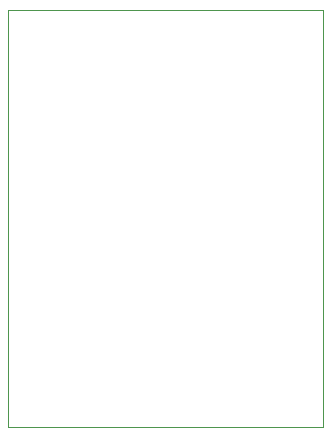
<source format=gbr>
G04 EAGLE Gerber X2 export*
G04 #@! %TF.Part,Single*
G04 #@! %TF.FileFunction,Profile,NP*
G04 #@! %TF.FilePolarity,Positive*
G04 #@! %TF.GenerationSoftware,Autodesk,EAGLE,9.0.0*
G04 #@! %TF.CreationDate,2019-08-08T19:13:39Z*
G75*
%MOMM*%
%FSLAX34Y34*%
%LPD*%
%AMOC8*
5,1,8,0,0,1.08239X$1,22.5*%
G01*
%ADD10C,0.000000*%


D10*
X0Y0D02*
X266500Y0D01*
X266500Y352300D01*
X0Y352300D01*
X0Y0D01*
M02*

</source>
